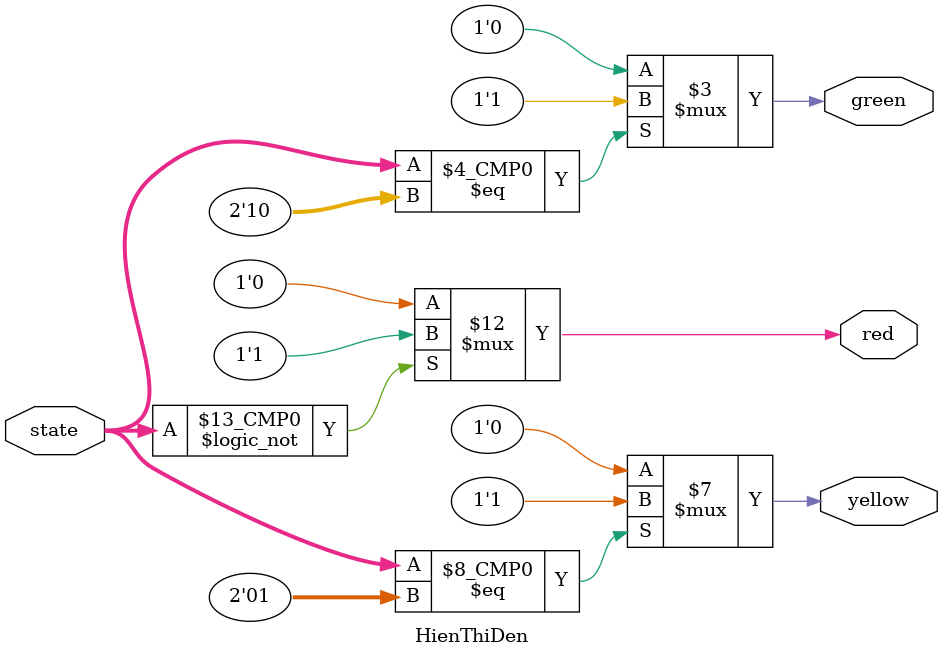
<source format=v>
module HienThiDen(
    input [1:0] state,
    output reg red,
    output reg yellow,
    output reg green
);
    always @(*) begin
        case (state)
            2'b00: begin
                red = 1;
                yellow = 0;
                green = 0;
            end
            2'b01: begin
                red = 0;
                yellow = 1;
                green = 0;
            end
            2'b10: begin
                red = 0;
                yellow = 0;
                green = 1;
            end
            default: begin
                red = 0;
                yellow = 0;
                green = 0;
            end
        endcase
    end
endmodule

</source>
